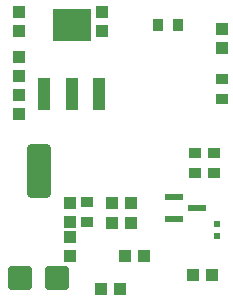
<source format=gbp>
G04*
G04 #@! TF.GenerationSoftware,Altium Limited,Altium Designer,20.0.11 (256)*
G04*
G04 Layer_Color=128*
%FSLAX25Y25*%
%MOIN*%
G70*
G01*
G75*
%ADD17R,0.03543X0.03937*%
%ADD18R,0.03937X0.03937*%
%ADD19R,0.03937X0.03937*%
%ADD42R,0.03937X0.03543*%
%ADD43R,0.05906X0.02362*%
%ADD44R,0.01968X0.02362*%
G04:AMPARAMS|DCode=45|XSize=78.74mil|YSize=78.74mil|CornerRadius=9.84mil|HoleSize=0mil|Usage=FLASHONLY|Rotation=270.000|XOffset=0mil|YOffset=0mil|HoleType=Round|Shape=RoundedRectangle|*
%AMROUNDEDRECTD45*
21,1,0.07874,0.05906,0,0,270.0*
21,1,0.05906,0.07874,0,0,270.0*
1,1,0.01968,-0.02953,-0.02953*
1,1,0.01968,-0.02953,0.02953*
1,1,0.01968,0.02953,0.02953*
1,1,0.01968,0.02953,-0.02953*
%
%ADD45ROUNDEDRECTD45*%
G04:AMPARAMS|DCode=46|XSize=177.17mil|YSize=78.74mil|CornerRadius=9.84mil|HoleSize=0mil|Usage=FLASHONLY|Rotation=270.000|XOffset=0mil|YOffset=0mil|HoleType=Round|Shape=RoundedRectangle|*
%AMROUNDEDRECTD46*
21,1,0.17717,0.05906,0,0,270.0*
21,1,0.15748,0.07874,0,0,270.0*
1,1,0.01968,-0.02953,-0.07874*
1,1,0.01968,-0.02953,0.07874*
1,1,0.01968,0.02953,0.07874*
1,1,0.01968,0.02953,-0.07874*
%
%ADD46ROUNDEDRECTD46*%
%ADD47R,0.03937X0.10630*%
%ADD48R,0.12992X0.10630*%
D17*
X58653Y96500D02*
D03*
X65346D02*
D03*
D18*
X12500Y79350D02*
D03*
Y85650D02*
D03*
Y66850D02*
D03*
Y73150D02*
D03*
X29500Y37150D02*
D03*
Y30850D02*
D03*
X12500Y100650D02*
D03*
Y94350D02*
D03*
X29500Y19350D02*
D03*
Y25650D02*
D03*
X40000Y100650D02*
D03*
Y94350D02*
D03*
X80000Y88850D02*
D03*
Y95150D02*
D03*
D19*
X76650Y13000D02*
D03*
X70350D02*
D03*
X47850Y19500D02*
D03*
X54150D02*
D03*
X39850Y8500D02*
D03*
X46150D02*
D03*
X49650Y30500D02*
D03*
X43350D02*
D03*
Y37000D02*
D03*
X49650D02*
D03*
D42*
X35000Y30654D02*
D03*
Y37346D02*
D03*
X77500Y53847D02*
D03*
Y47154D02*
D03*
X71000Y47153D02*
D03*
Y53847D02*
D03*
X80000Y71653D02*
D03*
Y78347D02*
D03*
D43*
X64260Y31760D02*
D03*
Y39240D02*
D03*
X71740Y35500D02*
D03*
D44*
X78500Y26032D02*
D03*
Y29969D02*
D03*
D45*
X25102Y12126D02*
D03*
X12898D02*
D03*
D46*
X19000Y47756D02*
D03*
D47*
X39055Y73386D02*
D03*
X30000D02*
D03*
X20945D02*
D03*
D48*
X30000Y96614D02*
D03*
M02*

</source>
